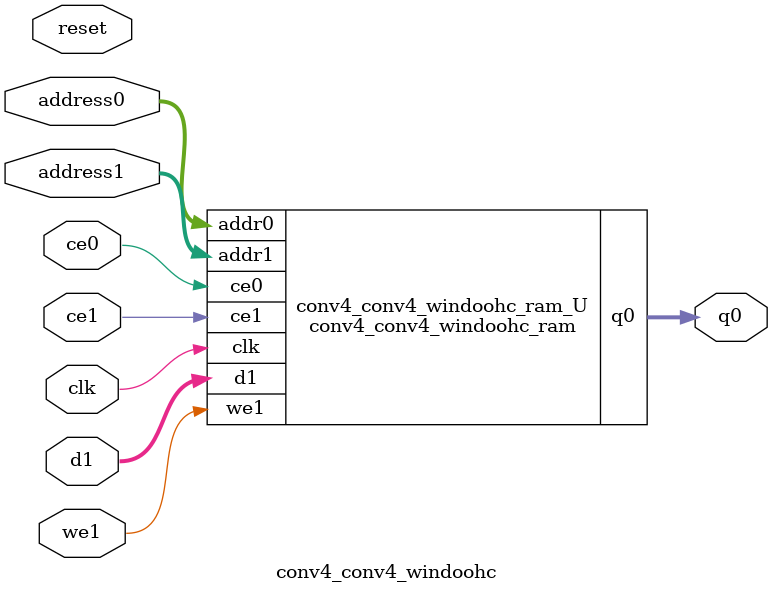
<source format=v>
`timescale 1 ns / 1 ps
module conv4_conv4_windoohc_ram (addr0, ce0, q0, addr1, ce1, d1, we1,  clk);

parameter DWIDTH = 5;
parameter AWIDTH = 6;
parameter MEM_SIZE = 64;

input[AWIDTH-1:0] addr0;
input ce0;
output reg[DWIDTH-1:0] q0;
input[AWIDTH-1:0] addr1;
input ce1;
input[DWIDTH-1:0] d1;
input we1;
input clk;

(* ram_style = "distributed" *)reg [DWIDTH-1:0] ram[0:MEM_SIZE-1];




always @(posedge clk)  
begin 
    if (ce0) begin
        q0 <= ram[addr0];
    end
end


always @(posedge clk)  
begin 
    if (ce1) begin
        if (we1) 
            ram[addr1] <= d1; 
    end
end


endmodule

`timescale 1 ns / 1 ps
module conv4_conv4_windoohc(
    reset,
    clk,
    address0,
    ce0,
    q0,
    address1,
    ce1,
    we1,
    d1);

parameter DataWidth = 32'd5;
parameter AddressRange = 32'd64;
parameter AddressWidth = 32'd6;
input reset;
input clk;
input[AddressWidth - 1:0] address0;
input ce0;
output[DataWidth - 1:0] q0;
input[AddressWidth - 1:0] address1;
input ce1;
input we1;
input[DataWidth - 1:0] d1;



conv4_conv4_windoohc_ram conv4_conv4_windoohc_ram_U(
    .clk( clk ),
    .addr0( address0 ),
    .ce0( ce0 ),
    .q0( q0 ),
    .addr1( address1 ),
    .ce1( ce1 ),
    .we1( we1 ),
    .d1( d1 ));

endmodule


</source>
